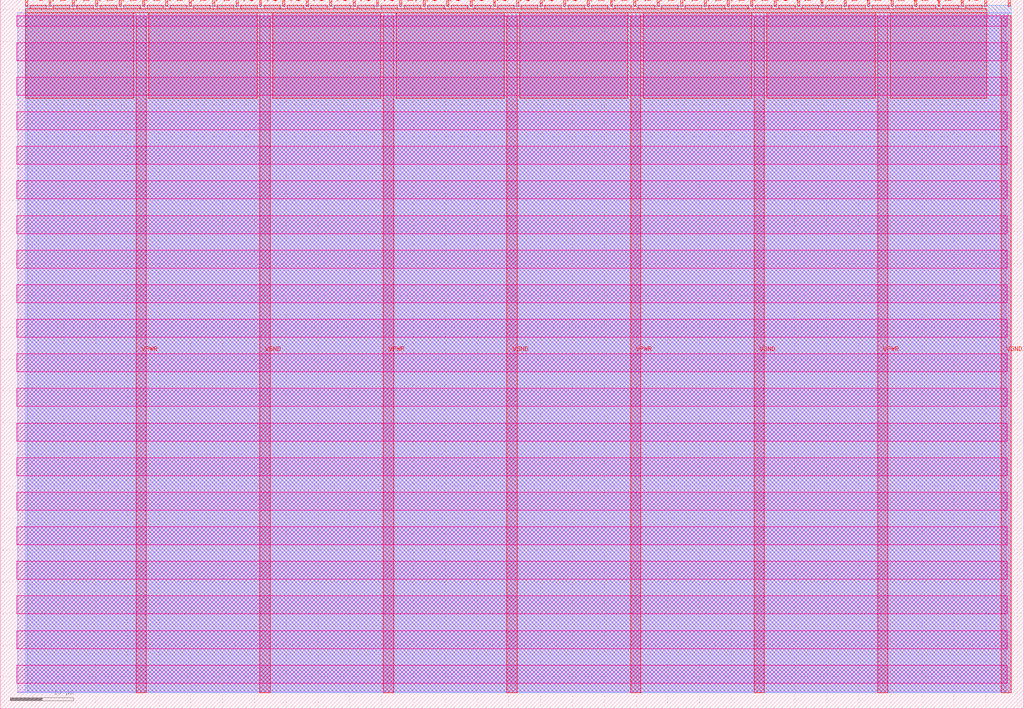
<source format=lef>
VERSION 5.7 ;
  NOWIREEXTENSIONATPIN ON ;
  DIVIDERCHAR "/" ;
  BUSBITCHARS "[]" ;
MACRO tt_um_wokwi_394707429798790145
  CLASS BLOCK ;
  FOREIGN tt_um_wokwi_394707429798790145 ;
  ORIGIN 0.000 0.000 ;
  SIZE 161.000 BY 111.520 ;
  PIN VGND
    DIRECTION INOUT ;
    USE GROUND ;
    PORT
      LAYER met4 ;
        RECT 40.830 2.480 42.430 109.040 ;
    END
    PORT
      LAYER met4 ;
        RECT 79.700 2.480 81.300 109.040 ;
    END
    PORT
      LAYER met4 ;
        RECT 118.570 2.480 120.170 109.040 ;
    END
    PORT
      LAYER met4 ;
        RECT 157.440 2.480 159.040 109.040 ;
    END
  END VGND
  PIN VPWR
    DIRECTION INOUT ;
    USE POWER ;
    PORT
      LAYER met4 ;
        RECT 21.395 2.480 22.995 109.040 ;
    END
    PORT
      LAYER met4 ;
        RECT 60.265 2.480 61.865 109.040 ;
    END
    PORT
      LAYER met4 ;
        RECT 99.135 2.480 100.735 109.040 ;
    END
    PORT
      LAYER met4 ;
        RECT 138.005 2.480 139.605 109.040 ;
    END
  END VPWR
  PIN clk
    DIRECTION INPUT ;
    USE SIGNAL ;
    ANTENNAGATEAREA 0.852000 ;
    PORT
      LAYER met4 ;
        RECT 154.870 110.520 155.170 111.520 ;
    END
  END clk
  PIN ena
    DIRECTION INPUT ;
    USE SIGNAL ;
    PORT
      LAYER met4 ;
        RECT 158.550 110.520 158.850 111.520 ;
    END
  END ena
  PIN rst_n
    DIRECTION INPUT ;
    USE SIGNAL ;
    PORT
      LAYER met4 ;
        RECT 151.190 110.520 151.490 111.520 ;
    END
  END rst_n
  PIN ui_in[0]
    DIRECTION INPUT ;
    USE SIGNAL ;
    PORT
      LAYER met4 ;
        RECT 147.510 110.520 147.810 111.520 ;
    END
  END ui_in[0]
  PIN ui_in[1]
    DIRECTION INPUT ;
    USE SIGNAL ;
    ANTENNAGATEAREA 0.196500 ;
    PORT
      LAYER met4 ;
        RECT 143.830 110.520 144.130 111.520 ;
    END
  END ui_in[1]
  PIN ui_in[2]
    DIRECTION INPUT ;
    USE SIGNAL ;
    ANTENNAGATEAREA 0.196500 ;
    PORT
      LAYER met4 ;
        RECT 140.150 110.520 140.450 111.520 ;
    END
  END ui_in[2]
  PIN ui_in[3]
    DIRECTION INPUT ;
    USE SIGNAL ;
    PORT
      LAYER met4 ;
        RECT 136.470 110.520 136.770 111.520 ;
    END
  END ui_in[3]
  PIN ui_in[4]
    DIRECTION INPUT ;
    USE SIGNAL ;
    PORT
      LAYER met4 ;
        RECT 132.790 110.520 133.090 111.520 ;
    END
  END ui_in[4]
  PIN ui_in[5]
    DIRECTION INPUT ;
    USE SIGNAL ;
    PORT
      LAYER met4 ;
        RECT 129.110 110.520 129.410 111.520 ;
    END
  END ui_in[5]
  PIN ui_in[6]
    DIRECTION INPUT ;
    USE SIGNAL ;
    PORT
      LAYER met4 ;
        RECT 125.430 110.520 125.730 111.520 ;
    END
  END ui_in[6]
  PIN ui_in[7]
    DIRECTION INPUT ;
    USE SIGNAL ;
    PORT
      LAYER met4 ;
        RECT 121.750 110.520 122.050 111.520 ;
    END
  END ui_in[7]
  PIN uio_in[0]
    DIRECTION INPUT ;
    USE SIGNAL ;
    PORT
      LAYER met4 ;
        RECT 118.070 110.520 118.370 111.520 ;
    END
  END uio_in[0]
  PIN uio_in[1]
    DIRECTION INPUT ;
    USE SIGNAL ;
    PORT
      LAYER met4 ;
        RECT 114.390 110.520 114.690 111.520 ;
    END
  END uio_in[1]
  PIN uio_in[2]
    DIRECTION INPUT ;
    USE SIGNAL ;
    PORT
      LAYER met4 ;
        RECT 110.710 110.520 111.010 111.520 ;
    END
  END uio_in[2]
  PIN uio_in[3]
    DIRECTION INPUT ;
    USE SIGNAL ;
    PORT
      LAYER met4 ;
        RECT 107.030 110.520 107.330 111.520 ;
    END
  END uio_in[3]
  PIN uio_in[4]
    DIRECTION INPUT ;
    USE SIGNAL ;
    PORT
      LAYER met4 ;
        RECT 103.350 110.520 103.650 111.520 ;
    END
  END uio_in[4]
  PIN uio_in[5]
    DIRECTION INPUT ;
    USE SIGNAL ;
    PORT
      LAYER met4 ;
        RECT 99.670 110.520 99.970 111.520 ;
    END
  END uio_in[5]
  PIN uio_in[6]
    DIRECTION INPUT ;
    USE SIGNAL ;
    PORT
      LAYER met4 ;
        RECT 95.990 110.520 96.290 111.520 ;
    END
  END uio_in[6]
  PIN uio_in[7]
    DIRECTION INPUT ;
    USE SIGNAL ;
    PORT
      LAYER met4 ;
        RECT 92.310 110.520 92.610 111.520 ;
    END
  END uio_in[7]
  PIN uio_oe[0]
    DIRECTION OUTPUT TRISTATE ;
    USE SIGNAL ;
    PORT
      LAYER met4 ;
        RECT 29.750 110.520 30.050 111.520 ;
    END
  END uio_oe[0]
  PIN uio_oe[1]
    DIRECTION OUTPUT TRISTATE ;
    USE SIGNAL ;
    PORT
      LAYER met4 ;
        RECT 26.070 110.520 26.370 111.520 ;
    END
  END uio_oe[1]
  PIN uio_oe[2]
    DIRECTION OUTPUT TRISTATE ;
    USE SIGNAL ;
    PORT
      LAYER met4 ;
        RECT 22.390 110.520 22.690 111.520 ;
    END
  END uio_oe[2]
  PIN uio_oe[3]
    DIRECTION OUTPUT TRISTATE ;
    USE SIGNAL ;
    PORT
      LAYER met4 ;
        RECT 18.710 110.520 19.010 111.520 ;
    END
  END uio_oe[3]
  PIN uio_oe[4]
    DIRECTION OUTPUT TRISTATE ;
    USE SIGNAL ;
    PORT
      LAYER met4 ;
        RECT 15.030 110.520 15.330 111.520 ;
    END
  END uio_oe[4]
  PIN uio_oe[5]
    DIRECTION OUTPUT TRISTATE ;
    USE SIGNAL ;
    PORT
      LAYER met4 ;
        RECT 11.350 110.520 11.650 111.520 ;
    END
  END uio_oe[5]
  PIN uio_oe[6]
    DIRECTION OUTPUT TRISTATE ;
    USE SIGNAL ;
    PORT
      LAYER met4 ;
        RECT 7.670 110.520 7.970 111.520 ;
    END
  END uio_oe[6]
  PIN uio_oe[7]
    DIRECTION OUTPUT TRISTATE ;
    USE SIGNAL ;
    PORT
      LAYER met4 ;
        RECT 3.990 110.520 4.290 111.520 ;
    END
  END uio_oe[7]
  PIN uio_out[0]
    DIRECTION OUTPUT TRISTATE ;
    USE SIGNAL ;
    PORT
      LAYER met4 ;
        RECT 59.190 110.520 59.490 111.520 ;
    END
  END uio_out[0]
  PIN uio_out[1]
    DIRECTION OUTPUT TRISTATE ;
    USE SIGNAL ;
    PORT
      LAYER met4 ;
        RECT 55.510 110.520 55.810 111.520 ;
    END
  END uio_out[1]
  PIN uio_out[2]
    DIRECTION OUTPUT TRISTATE ;
    USE SIGNAL ;
    PORT
      LAYER met4 ;
        RECT 51.830 110.520 52.130 111.520 ;
    END
  END uio_out[2]
  PIN uio_out[3]
    DIRECTION OUTPUT TRISTATE ;
    USE SIGNAL ;
    PORT
      LAYER met4 ;
        RECT 48.150 110.520 48.450 111.520 ;
    END
  END uio_out[3]
  PIN uio_out[4]
    DIRECTION OUTPUT TRISTATE ;
    USE SIGNAL ;
    PORT
      LAYER met4 ;
        RECT 44.470 110.520 44.770 111.520 ;
    END
  END uio_out[4]
  PIN uio_out[5]
    DIRECTION OUTPUT TRISTATE ;
    USE SIGNAL ;
    PORT
      LAYER met4 ;
        RECT 40.790 110.520 41.090 111.520 ;
    END
  END uio_out[5]
  PIN uio_out[6]
    DIRECTION OUTPUT TRISTATE ;
    USE SIGNAL ;
    PORT
      LAYER met4 ;
        RECT 37.110 110.520 37.410 111.520 ;
    END
  END uio_out[6]
  PIN uio_out[7]
    DIRECTION OUTPUT TRISTATE ;
    USE SIGNAL ;
    PORT
      LAYER met4 ;
        RECT 33.430 110.520 33.730 111.520 ;
    END
  END uio_out[7]
  PIN uo_out[0]
    DIRECTION OUTPUT TRISTATE ;
    USE SIGNAL ;
    ANTENNADIFFAREA 0.795200 ;
    PORT
      LAYER met4 ;
        RECT 88.630 110.520 88.930 111.520 ;
    END
  END uo_out[0]
  PIN uo_out[1]
    DIRECTION OUTPUT TRISTATE ;
    USE SIGNAL ;
    ANTENNADIFFAREA 0.445500 ;
    PORT
      LAYER met4 ;
        RECT 84.950 110.520 85.250 111.520 ;
    END
  END uo_out[1]
  PIN uo_out[2]
    DIRECTION OUTPUT TRISTATE ;
    USE SIGNAL ;
    ANTENNADIFFAREA 0.795200 ;
    PORT
      LAYER met4 ;
        RECT 81.270 110.520 81.570 111.520 ;
    END
  END uo_out[2]
  PIN uo_out[3]
    DIRECTION OUTPUT TRISTATE ;
    USE SIGNAL ;
    ANTENNADIFFAREA 0.445500 ;
    PORT
      LAYER met4 ;
        RECT 77.590 110.520 77.890 111.520 ;
    END
  END uo_out[3]
  PIN uo_out[4]
    DIRECTION OUTPUT TRISTATE ;
    USE SIGNAL ;
    ANTENNADIFFAREA 0.445500 ;
    PORT
      LAYER met4 ;
        RECT 73.910 110.520 74.210 111.520 ;
    END
  END uo_out[4]
  PIN uo_out[5]
    DIRECTION OUTPUT TRISTATE ;
    USE SIGNAL ;
    ANTENNADIFFAREA 0.795200 ;
    PORT
      LAYER met4 ;
        RECT 70.230 110.520 70.530 111.520 ;
    END
  END uo_out[5]
  PIN uo_out[6]
    DIRECTION OUTPUT TRISTATE ;
    USE SIGNAL ;
    ANTENNADIFFAREA 0.795200 ;
    PORT
      LAYER met4 ;
        RECT 66.550 110.520 66.850 111.520 ;
    END
  END uo_out[6]
  PIN uo_out[7]
    DIRECTION OUTPUT TRISTATE ;
    USE SIGNAL ;
    ANTENNADIFFAREA 0.445500 ;
    PORT
      LAYER met4 ;
        RECT 62.870 110.520 63.170 111.520 ;
    END
  END uo_out[7]
  OBS
      LAYER nwell ;
        RECT 2.570 107.385 158.430 108.990 ;
        RECT 2.570 101.945 158.430 104.775 ;
        RECT 2.570 96.505 158.430 99.335 ;
        RECT 2.570 91.065 158.430 93.895 ;
        RECT 2.570 85.625 158.430 88.455 ;
        RECT 2.570 80.185 158.430 83.015 ;
        RECT 2.570 74.745 158.430 77.575 ;
        RECT 2.570 69.305 158.430 72.135 ;
        RECT 2.570 63.865 158.430 66.695 ;
        RECT 2.570 58.425 158.430 61.255 ;
        RECT 2.570 52.985 158.430 55.815 ;
        RECT 2.570 47.545 158.430 50.375 ;
        RECT 2.570 42.105 158.430 44.935 ;
        RECT 2.570 36.665 158.430 39.495 ;
        RECT 2.570 31.225 158.430 34.055 ;
        RECT 2.570 25.785 158.430 28.615 ;
        RECT 2.570 20.345 158.430 23.175 ;
        RECT 2.570 14.905 158.430 17.735 ;
        RECT 2.570 9.465 158.430 12.295 ;
        RECT 2.570 4.025 158.430 6.855 ;
      LAYER li1 ;
        RECT 2.760 2.635 158.240 108.885 ;
      LAYER met1 ;
        RECT 2.760 2.480 159.040 109.440 ;
      LAYER met2 ;
        RECT 4.230 2.535 159.010 110.685 ;
      LAYER met3 ;
        RECT 3.950 2.555 159.030 110.665 ;
      LAYER met4 ;
        RECT 4.690 110.120 7.270 110.665 ;
        RECT 8.370 110.120 10.950 110.665 ;
        RECT 12.050 110.120 14.630 110.665 ;
        RECT 15.730 110.120 18.310 110.665 ;
        RECT 19.410 110.120 21.990 110.665 ;
        RECT 23.090 110.120 25.670 110.665 ;
        RECT 26.770 110.120 29.350 110.665 ;
        RECT 30.450 110.120 33.030 110.665 ;
        RECT 34.130 110.120 36.710 110.665 ;
        RECT 37.810 110.120 40.390 110.665 ;
        RECT 41.490 110.120 44.070 110.665 ;
        RECT 45.170 110.120 47.750 110.665 ;
        RECT 48.850 110.120 51.430 110.665 ;
        RECT 52.530 110.120 55.110 110.665 ;
        RECT 56.210 110.120 58.790 110.665 ;
        RECT 59.890 110.120 62.470 110.665 ;
        RECT 63.570 110.120 66.150 110.665 ;
        RECT 67.250 110.120 69.830 110.665 ;
        RECT 70.930 110.120 73.510 110.665 ;
        RECT 74.610 110.120 77.190 110.665 ;
        RECT 78.290 110.120 80.870 110.665 ;
        RECT 81.970 110.120 84.550 110.665 ;
        RECT 85.650 110.120 88.230 110.665 ;
        RECT 89.330 110.120 91.910 110.665 ;
        RECT 93.010 110.120 95.590 110.665 ;
        RECT 96.690 110.120 99.270 110.665 ;
        RECT 100.370 110.120 102.950 110.665 ;
        RECT 104.050 110.120 106.630 110.665 ;
        RECT 107.730 110.120 110.310 110.665 ;
        RECT 111.410 110.120 113.990 110.665 ;
        RECT 115.090 110.120 117.670 110.665 ;
        RECT 118.770 110.120 121.350 110.665 ;
        RECT 122.450 110.120 125.030 110.665 ;
        RECT 126.130 110.120 128.710 110.665 ;
        RECT 129.810 110.120 132.390 110.665 ;
        RECT 133.490 110.120 136.070 110.665 ;
        RECT 137.170 110.120 139.750 110.665 ;
        RECT 140.850 110.120 143.430 110.665 ;
        RECT 144.530 110.120 147.110 110.665 ;
        RECT 148.210 110.120 150.790 110.665 ;
        RECT 151.890 110.120 154.470 110.665 ;
        RECT 3.975 109.440 155.185 110.120 ;
        RECT 3.975 96.055 20.995 109.440 ;
        RECT 23.395 96.055 40.430 109.440 ;
        RECT 42.830 96.055 59.865 109.440 ;
        RECT 62.265 96.055 79.300 109.440 ;
        RECT 81.700 96.055 98.735 109.440 ;
        RECT 101.135 96.055 118.170 109.440 ;
        RECT 120.570 96.055 137.605 109.440 ;
        RECT 140.005 96.055 155.185 109.440 ;
  END
END tt_um_wokwi_394707429798790145
END LIBRARY


</source>
